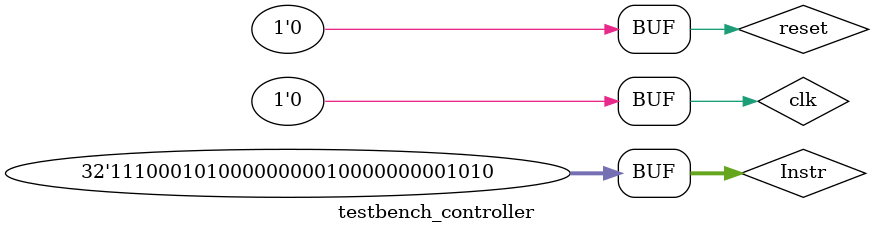
<source format=sv>
module testbench_controller();

    logic clk;
    logic reset;
    logic [31:0] Instr;  // Asegúrate de que Instr sea de 32 bits

    // Señales de control
    logic [1:0] RegSrc;
    logic RegWrite;
    logic [1:0] ImmSrc;
    logic ALUSrc;
    logic [1:0] ALUControl;
    logic MemWrite;
    logic MemtoReg;
    logic PCSrc;

    // Instancia del controlador
    controller ctrl (
        .clk(clk),
        .reset(reset),
        .Instr(Instr),
        .RegSrc(RegSrc),
        .RegWrite(RegWrite),
        .ImmSrc(ImmSrc),
        .ALUSrc(ALUSrc),
        .ALUControl(ALUControl),
        .MemWrite(MemWrite),
        .MemtoReg(MemtoReg),
        .PCSrc(PCSrc)
    );

    // Inicializar señales
    initial begin
        clk = 0;
        reset = 1;
        Instr = 32'hE280200A;  // Inicializa con una instrucción válida
        #10 reset = 0;
    end

    // Generar reloj
    always begin
        clk <= 1; 
        #5; 
        clk <= 0; 
        #5;
    end

    // Verificación de las señales de control
    always @(posedge clk) begin
        $display("Cycle: %d | Instr: %h | RegWrite: %b | MemWrite: %b | ALUControl: %b | RegSrc: %b | ImmSrc: %b | ALUSrc: %b", 
                 $time, Instr, RegWrite, MemWrite, ALUControl, RegSrc, ImmSrc, ALUSrc);
    end

endmodule

</source>
